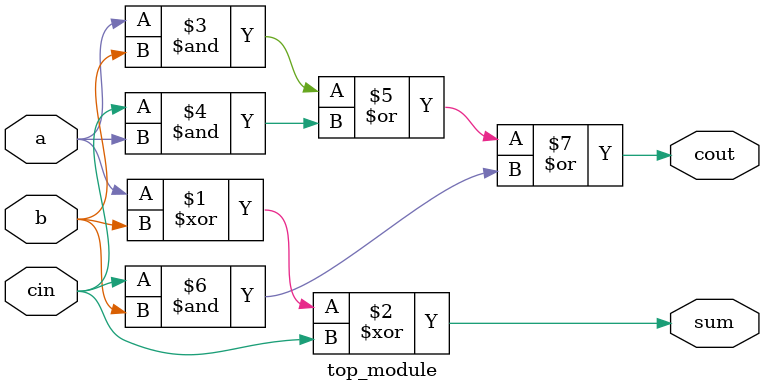
<source format=v>
module top_module( 
    input a, b, cin,
    output cout, sum );
	assign sum = a ^ b ^ cin;
    assign cout = (a&b) | (cin&a) | (cin&b);
endmodule

</source>
